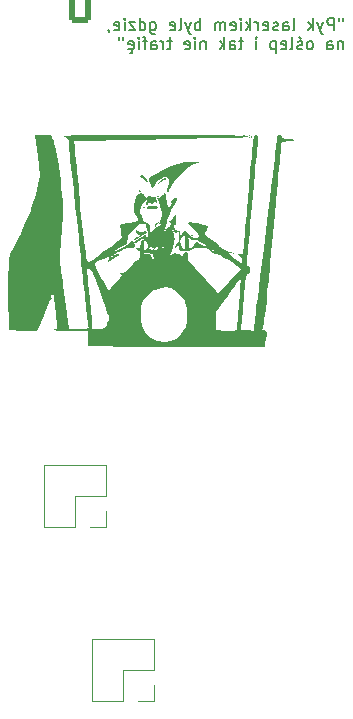
<source format=gbr>
%TF.GenerationSoftware,KiCad,Pcbnew,9.0.6*%
%TF.CreationDate,2026-01-06T23:31:54+01:00*%
%TF.ProjectId,uMule_transmiter,754d756c-655f-4747-9261-6e736d697465,rev?*%
%TF.SameCoordinates,Original*%
%TF.FileFunction,Legend,Bot*%
%TF.FilePolarity,Positive*%
%FSLAX46Y46*%
G04 Gerber Fmt 4.6, Leading zero omitted, Abs format (unit mm)*
G04 Created by KiCad (PCBNEW 9.0.6) date 2026-01-06 23:31:54*
%MOMM*%
%LPD*%
G01*
G04 APERTURE LIST*
G04 Aperture macros list*
%AMRoundRect*
0 Rectangle with rounded corners*
0 $1 Rounding radius*
0 $2 $3 $4 $5 $6 $7 $8 $9 X,Y pos of 4 corners*
0 Add a 4 corners polygon primitive as box body*
4,1,4,$2,$3,$4,$5,$6,$7,$8,$9,$2,$3,0*
0 Add four circle primitives for the rounded corners*
1,1,$1+$1,$2,$3*
1,1,$1+$1,$4,$5*
1,1,$1+$1,$6,$7*
1,1,$1+$1,$8,$9*
0 Add four rect primitives between the rounded corners*
20,1,$1+$1,$2,$3,$4,$5,0*
20,1,$1+$1,$4,$5,$6,$7,0*
20,1,$1+$1,$6,$7,$8,$9,0*
20,1,$1+$1,$8,$9,$2,$3,0*%
G04 Aperture macros list end*
%ADD10C,0.200000*%
%ADD11C,0.000000*%
%ADD12C,0.120000*%
%ADD13RoundRect,0.250000X1.550000X-0.650000X1.550000X0.650000X-1.550000X0.650000X-1.550000X-0.650000X0*%
%ADD14O,3.600000X1.800000*%
%ADD15C,0.800000*%
%ADD16C,6.400000*%
%ADD17C,1.440000*%
%ADD18R,1.700000X1.700000*%
%ADD19C,1.700000*%
%ADD20R,1.800000X1.800000*%
%ADD21C,1.800000*%
%ADD22C,1.600000*%
%ADD23RoundRect,0.250000X0.650000X1.550000X-0.650000X1.550000X-0.650000X-1.550000X0.650000X-1.550000X0*%
%ADD24O,1.800000X3.600000*%
G04 APERTURE END LIST*
D10*
X167742445Y-76920775D02*
X167742445Y-77111251D01*
X167361493Y-76920775D02*
X167361493Y-77111251D01*
X166932921Y-77920775D02*
X166932921Y-76920775D01*
X166932921Y-76920775D02*
X166551969Y-76920775D01*
X166551969Y-76920775D02*
X166456731Y-76968394D01*
X166456731Y-76968394D02*
X166409112Y-77016013D01*
X166409112Y-77016013D02*
X166361493Y-77111251D01*
X166361493Y-77111251D02*
X166361493Y-77254108D01*
X166361493Y-77254108D02*
X166409112Y-77349346D01*
X166409112Y-77349346D02*
X166456731Y-77396965D01*
X166456731Y-77396965D02*
X166551969Y-77444584D01*
X166551969Y-77444584D02*
X166932921Y-77444584D01*
X166028159Y-77254108D02*
X165790064Y-77920775D01*
X165551969Y-77254108D02*
X165790064Y-77920775D01*
X165790064Y-77920775D02*
X165885302Y-78158870D01*
X165885302Y-78158870D02*
X165932921Y-78206489D01*
X165932921Y-78206489D02*
X166028159Y-78254108D01*
X165171016Y-77920775D02*
X165171016Y-76920775D01*
X165075778Y-77539822D02*
X164790064Y-77920775D01*
X164790064Y-77254108D02*
X165171016Y-77635060D01*
X163456730Y-77920775D02*
X163551968Y-77873156D01*
X163551968Y-77873156D02*
X163599587Y-77777917D01*
X163599587Y-77777917D02*
X163599587Y-76920775D01*
X162647206Y-77920775D02*
X162647206Y-77396965D01*
X162647206Y-77396965D02*
X162694825Y-77301727D01*
X162694825Y-77301727D02*
X162790063Y-77254108D01*
X162790063Y-77254108D02*
X162980539Y-77254108D01*
X162980539Y-77254108D02*
X163075777Y-77301727D01*
X162647206Y-77873156D02*
X162742444Y-77920775D01*
X162742444Y-77920775D02*
X162980539Y-77920775D01*
X162980539Y-77920775D02*
X163075777Y-77873156D01*
X163075777Y-77873156D02*
X163123396Y-77777917D01*
X163123396Y-77777917D02*
X163123396Y-77682679D01*
X163123396Y-77682679D02*
X163075777Y-77587441D01*
X163075777Y-77587441D02*
X162980539Y-77539822D01*
X162980539Y-77539822D02*
X162742444Y-77539822D01*
X162742444Y-77539822D02*
X162647206Y-77492203D01*
X162218634Y-77873156D02*
X162123396Y-77920775D01*
X162123396Y-77920775D02*
X161932920Y-77920775D01*
X161932920Y-77920775D02*
X161837682Y-77873156D01*
X161837682Y-77873156D02*
X161790063Y-77777917D01*
X161790063Y-77777917D02*
X161790063Y-77730298D01*
X161790063Y-77730298D02*
X161837682Y-77635060D01*
X161837682Y-77635060D02*
X161932920Y-77587441D01*
X161932920Y-77587441D02*
X162075777Y-77587441D01*
X162075777Y-77587441D02*
X162171015Y-77539822D01*
X162171015Y-77539822D02*
X162218634Y-77444584D01*
X162218634Y-77444584D02*
X162218634Y-77396965D01*
X162218634Y-77396965D02*
X162171015Y-77301727D01*
X162171015Y-77301727D02*
X162075777Y-77254108D01*
X162075777Y-77254108D02*
X161932920Y-77254108D01*
X161932920Y-77254108D02*
X161837682Y-77301727D01*
X160980539Y-77873156D02*
X161075777Y-77920775D01*
X161075777Y-77920775D02*
X161266253Y-77920775D01*
X161266253Y-77920775D02*
X161361491Y-77873156D01*
X161361491Y-77873156D02*
X161409110Y-77777917D01*
X161409110Y-77777917D02*
X161409110Y-77396965D01*
X161409110Y-77396965D02*
X161361491Y-77301727D01*
X161361491Y-77301727D02*
X161266253Y-77254108D01*
X161266253Y-77254108D02*
X161075777Y-77254108D01*
X161075777Y-77254108D02*
X160980539Y-77301727D01*
X160980539Y-77301727D02*
X160932920Y-77396965D01*
X160932920Y-77396965D02*
X160932920Y-77492203D01*
X160932920Y-77492203D02*
X161409110Y-77587441D01*
X160504348Y-77920775D02*
X160504348Y-77254108D01*
X160504348Y-77444584D02*
X160456729Y-77349346D01*
X160456729Y-77349346D02*
X160409110Y-77301727D01*
X160409110Y-77301727D02*
X160313872Y-77254108D01*
X160313872Y-77254108D02*
X160218634Y-77254108D01*
X159885300Y-77920775D02*
X159885300Y-76920775D01*
X159790062Y-77539822D02*
X159504348Y-77920775D01*
X159504348Y-77254108D02*
X159885300Y-77635060D01*
X159075776Y-77920775D02*
X159075776Y-77254108D01*
X159075776Y-76920775D02*
X159123395Y-76968394D01*
X159123395Y-76968394D02*
X159075776Y-77016013D01*
X159075776Y-77016013D02*
X159028157Y-76968394D01*
X159028157Y-76968394D02*
X159075776Y-76920775D01*
X159075776Y-76920775D02*
X159075776Y-77016013D01*
X158218634Y-77873156D02*
X158313872Y-77920775D01*
X158313872Y-77920775D02*
X158504348Y-77920775D01*
X158504348Y-77920775D02*
X158599586Y-77873156D01*
X158599586Y-77873156D02*
X158647205Y-77777917D01*
X158647205Y-77777917D02*
X158647205Y-77396965D01*
X158647205Y-77396965D02*
X158599586Y-77301727D01*
X158599586Y-77301727D02*
X158504348Y-77254108D01*
X158504348Y-77254108D02*
X158313872Y-77254108D01*
X158313872Y-77254108D02*
X158218634Y-77301727D01*
X158218634Y-77301727D02*
X158171015Y-77396965D01*
X158171015Y-77396965D02*
X158171015Y-77492203D01*
X158171015Y-77492203D02*
X158647205Y-77587441D01*
X157742443Y-77920775D02*
X157742443Y-77254108D01*
X157742443Y-77349346D02*
X157694824Y-77301727D01*
X157694824Y-77301727D02*
X157599586Y-77254108D01*
X157599586Y-77254108D02*
X157456729Y-77254108D01*
X157456729Y-77254108D02*
X157361491Y-77301727D01*
X157361491Y-77301727D02*
X157313872Y-77396965D01*
X157313872Y-77396965D02*
X157313872Y-77920775D01*
X157313872Y-77396965D02*
X157266253Y-77301727D01*
X157266253Y-77301727D02*
X157171015Y-77254108D01*
X157171015Y-77254108D02*
X157028158Y-77254108D01*
X157028158Y-77254108D02*
X156932919Y-77301727D01*
X156932919Y-77301727D02*
X156885300Y-77396965D01*
X156885300Y-77396965D02*
X156885300Y-77920775D01*
X155647205Y-77920775D02*
X155647205Y-76920775D01*
X155647205Y-77301727D02*
X155551967Y-77254108D01*
X155551967Y-77254108D02*
X155361491Y-77254108D01*
X155361491Y-77254108D02*
X155266253Y-77301727D01*
X155266253Y-77301727D02*
X155218634Y-77349346D01*
X155218634Y-77349346D02*
X155171015Y-77444584D01*
X155171015Y-77444584D02*
X155171015Y-77730298D01*
X155171015Y-77730298D02*
X155218634Y-77825536D01*
X155218634Y-77825536D02*
X155266253Y-77873156D01*
X155266253Y-77873156D02*
X155361491Y-77920775D01*
X155361491Y-77920775D02*
X155551967Y-77920775D01*
X155551967Y-77920775D02*
X155647205Y-77873156D01*
X154837681Y-77254108D02*
X154599586Y-77920775D01*
X154361491Y-77254108D02*
X154599586Y-77920775D01*
X154599586Y-77920775D02*
X154694824Y-78158870D01*
X154694824Y-78158870D02*
X154742443Y-78206489D01*
X154742443Y-78206489D02*
X154837681Y-78254108D01*
X153837681Y-77920775D02*
X153932919Y-77873156D01*
X153932919Y-77873156D02*
X153980538Y-77777917D01*
X153980538Y-77777917D02*
X153980538Y-76920775D01*
X153075776Y-77873156D02*
X153171014Y-77920775D01*
X153171014Y-77920775D02*
X153361490Y-77920775D01*
X153361490Y-77920775D02*
X153456728Y-77873156D01*
X153456728Y-77873156D02*
X153504347Y-77777917D01*
X153504347Y-77777917D02*
X153504347Y-77396965D01*
X153504347Y-77396965D02*
X153456728Y-77301727D01*
X153456728Y-77301727D02*
X153361490Y-77254108D01*
X153361490Y-77254108D02*
X153171014Y-77254108D01*
X153171014Y-77254108D02*
X153075776Y-77301727D01*
X153075776Y-77301727D02*
X153028157Y-77396965D01*
X153028157Y-77396965D02*
X153028157Y-77492203D01*
X153028157Y-77492203D02*
X153504347Y-77587441D01*
X151409109Y-77254108D02*
X151409109Y-78063632D01*
X151409109Y-78063632D02*
X151456728Y-78158870D01*
X151456728Y-78158870D02*
X151504347Y-78206489D01*
X151504347Y-78206489D02*
X151599585Y-78254108D01*
X151599585Y-78254108D02*
X151742442Y-78254108D01*
X151742442Y-78254108D02*
X151837680Y-78206489D01*
X151409109Y-77873156D02*
X151504347Y-77920775D01*
X151504347Y-77920775D02*
X151694823Y-77920775D01*
X151694823Y-77920775D02*
X151790061Y-77873156D01*
X151790061Y-77873156D02*
X151837680Y-77825536D01*
X151837680Y-77825536D02*
X151885299Y-77730298D01*
X151885299Y-77730298D02*
X151885299Y-77444584D01*
X151885299Y-77444584D02*
X151837680Y-77349346D01*
X151837680Y-77349346D02*
X151790061Y-77301727D01*
X151790061Y-77301727D02*
X151694823Y-77254108D01*
X151694823Y-77254108D02*
X151504347Y-77254108D01*
X151504347Y-77254108D02*
X151409109Y-77301727D01*
X150504347Y-77920775D02*
X150504347Y-76920775D01*
X150504347Y-77873156D02*
X150599585Y-77920775D01*
X150599585Y-77920775D02*
X150790061Y-77920775D01*
X150790061Y-77920775D02*
X150885299Y-77873156D01*
X150885299Y-77873156D02*
X150932918Y-77825536D01*
X150932918Y-77825536D02*
X150980537Y-77730298D01*
X150980537Y-77730298D02*
X150980537Y-77444584D01*
X150980537Y-77444584D02*
X150932918Y-77349346D01*
X150932918Y-77349346D02*
X150885299Y-77301727D01*
X150885299Y-77301727D02*
X150790061Y-77254108D01*
X150790061Y-77254108D02*
X150599585Y-77254108D01*
X150599585Y-77254108D02*
X150504347Y-77301727D01*
X150123394Y-77254108D02*
X149599585Y-77254108D01*
X149599585Y-77254108D02*
X150123394Y-77920775D01*
X150123394Y-77920775D02*
X149599585Y-77920775D01*
X149218632Y-77920775D02*
X149218632Y-77254108D01*
X149218632Y-76920775D02*
X149266251Y-76968394D01*
X149266251Y-76968394D02*
X149218632Y-77016013D01*
X149218632Y-77016013D02*
X149171013Y-76968394D01*
X149171013Y-76968394D02*
X149218632Y-76920775D01*
X149218632Y-76920775D02*
X149218632Y-77016013D01*
X148361490Y-77873156D02*
X148456728Y-77920775D01*
X148456728Y-77920775D02*
X148647204Y-77920775D01*
X148647204Y-77920775D02*
X148742442Y-77873156D01*
X148742442Y-77873156D02*
X148790061Y-77777917D01*
X148790061Y-77777917D02*
X148790061Y-77396965D01*
X148790061Y-77396965D02*
X148742442Y-77301727D01*
X148742442Y-77301727D02*
X148647204Y-77254108D01*
X148647204Y-77254108D02*
X148456728Y-77254108D01*
X148456728Y-77254108D02*
X148361490Y-77301727D01*
X148361490Y-77301727D02*
X148313871Y-77396965D01*
X148313871Y-77396965D02*
X148313871Y-77492203D01*
X148313871Y-77492203D02*
X148790061Y-77587441D01*
X147837680Y-77873156D02*
X147837680Y-77920775D01*
X147837680Y-77920775D02*
X147885299Y-78016013D01*
X147885299Y-78016013D02*
X147932918Y-78063632D01*
X167694826Y-78864052D02*
X167694826Y-79530719D01*
X167694826Y-78959290D02*
X167647207Y-78911671D01*
X167647207Y-78911671D02*
X167551969Y-78864052D01*
X167551969Y-78864052D02*
X167409112Y-78864052D01*
X167409112Y-78864052D02*
X167313874Y-78911671D01*
X167313874Y-78911671D02*
X167266255Y-79006909D01*
X167266255Y-79006909D02*
X167266255Y-79530719D01*
X166361493Y-79530719D02*
X166361493Y-79006909D01*
X166361493Y-79006909D02*
X166409112Y-78911671D01*
X166409112Y-78911671D02*
X166504350Y-78864052D01*
X166504350Y-78864052D02*
X166694826Y-78864052D01*
X166694826Y-78864052D02*
X166790064Y-78911671D01*
X166361493Y-79483100D02*
X166456731Y-79530719D01*
X166456731Y-79530719D02*
X166694826Y-79530719D01*
X166694826Y-79530719D02*
X166790064Y-79483100D01*
X166790064Y-79483100D02*
X166837683Y-79387861D01*
X166837683Y-79387861D02*
X166837683Y-79292623D01*
X166837683Y-79292623D02*
X166790064Y-79197385D01*
X166790064Y-79197385D02*
X166694826Y-79149766D01*
X166694826Y-79149766D02*
X166456731Y-79149766D01*
X166456731Y-79149766D02*
X166361493Y-79102147D01*
X164980540Y-79530719D02*
X165075778Y-79483100D01*
X165075778Y-79483100D02*
X165123397Y-79435480D01*
X165123397Y-79435480D02*
X165171016Y-79340242D01*
X165171016Y-79340242D02*
X165171016Y-79054528D01*
X165171016Y-79054528D02*
X165123397Y-78959290D01*
X165123397Y-78959290D02*
X165075778Y-78911671D01*
X165075778Y-78911671D02*
X164980540Y-78864052D01*
X164980540Y-78864052D02*
X164837683Y-78864052D01*
X164837683Y-78864052D02*
X164742445Y-78911671D01*
X164742445Y-78911671D02*
X164694826Y-78959290D01*
X164694826Y-78959290D02*
X164647207Y-79054528D01*
X164647207Y-79054528D02*
X164647207Y-79340242D01*
X164647207Y-79340242D02*
X164694826Y-79435480D01*
X164694826Y-79435480D02*
X164742445Y-79483100D01*
X164742445Y-79483100D02*
X164837683Y-79530719D01*
X164837683Y-79530719D02*
X164980540Y-79530719D01*
X164266254Y-79483100D02*
X164171016Y-79530719D01*
X164171016Y-79530719D02*
X163980540Y-79530719D01*
X163980540Y-79530719D02*
X163885302Y-79483100D01*
X163885302Y-79483100D02*
X163837683Y-79387861D01*
X163837683Y-79387861D02*
X163837683Y-79340242D01*
X163837683Y-79340242D02*
X163885302Y-79245004D01*
X163885302Y-79245004D02*
X163980540Y-79197385D01*
X163980540Y-79197385D02*
X164123397Y-79197385D01*
X164123397Y-79197385D02*
X164218635Y-79149766D01*
X164218635Y-79149766D02*
X164266254Y-79054528D01*
X164266254Y-79054528D02*
X164266254Y-79006909D01*
X164266254Y-79006909D02*
X164218635Y-78911671D01*
X164218635Y-78911671D02*
X164123397Y-78864052D01*
X164123397Y-78864052D02*
X163980540Y-78864052D01*
X163980540Y-78864052D02*
X163885302Y-78911671D01*
X163980540Y-78483100D02*
X164123397Y-78625957D01*
X163266254Y-79530719D02*
X163361492Y-79483100D01*
X163361492Y-79483100D02*
X163409111Y-79387861D01*
X163409111Y-79387861D02*
X163409111Y-78530719D01*
X162504349Y-79483100D02*
X162599587Y-79530719D01*
X162599587Y-79530719D02*
X162790063Y-79530719D01*
X162790063Y-79530719D02*
X162885301Y-79483100D01*
X162885301Y-79483100D02*
X162932920Y-79387861D01*
X162932920Y-79387861D02*
X162932920Y-79006909D01*
X162932920Y-79006909D02*
X162885301Y-78911671D01*
X162885301Y-78911671D02*
X162790063Y-78864052D01*
X162790063Y-78864052D02*
X162599587Y-78864052D01*
X162599587Y-78864052D02*
X162504349Y-78911671D01*
X162504349Y-78911671D02*
X162456730Y-79006909D01*
X162456730Y-79006909D02*
X162456730Y-79102147D01*
X162456730Y-79102147D02*
X162932920Y-79197385D01*
X162028158Y-78864052D02*
X162028158Y-79864052D01*
X162028158Y-78911671D02*
X161932920Y-78864052D01*
X161932920Y-78864052D02*
X161742444Y-78864052D01*
X161742444Y-78864052D02*
X161647206Y-78911671D01*
X161647206Y-78911671D02*
X161599587Y-78959290D01*
X161599587Y-78959290D02*
X161551968Y-79054528D01*
X161551968Y-79054528D02*
X161551968Y-79340242D01*
X161551968Y-79340242D02*
X161599587Y-79435480D01*
X161599587Y-79435480D02*
X161647206Y-79483100D01*
X161647206Y-79483100D02*
X161742444Y-79530719D01*
X161742444Y-79530719D02*
X161932920Y-79530719D01*
X161932920Y-79530719D02*
X162028158Y-79483100D01*
X160361491Y-79530719D02*
X160361491Y-78864052D01*
X160361491Y-78530719D02*
X160409110Y-78578338D01*
X160409110Y-78578338D02*
X160361491Y-78625957D01*
X160361491Y-78625957D02*
X160313872Y-78578338D01*
X160313872Y-78578338D02*
X160361491Y-78530719D01*
X160361491Y-78530719D02*
X160361491Y-78625957D01*
X159266253Y-78864052D02*
X158885301Y-78864052D01*
X159123396Y-78530719D02*
X159123396Y-79387861D01*
X159123396Y-79387861D02*
X159075777Y-79483100D01*
X159075777Y-79483100D02*
X158980539Y-79530719D01*
X158980539Y-79530719D02*
X158885301Y-79530719D01*
X158123396Y-79530719D02*
X158123396Y-79006909D01*
X158123396Y-79006909D02*
X158171015Y-78911671D01*
X158171015Y-78911671D02*
X158266253Y-78864052D01*
X158266253Y-78864052D02*
X158456729Y-78864052D01*
X158456729Y-78864052D02*
X158551967Y-78911671D01*
X158123396Y-79483100D02*
X158218634Y-79530719D01*
X158218634Y-79530719D02*
X158456729Y-79530719D01*
X158456729Y-79530719D02*
X158551967Y-79483100D01*
X158551967Y-79483100D02*
X158599586Y-79387861D01*
X158599586Y-79387861D02*
X158599586Y-79292623D01*
X158599586Y-79292623D02*
X158551967Y-79197385D01*
X158551967Y-79197385D02*
X158456729Y-79149766D01*
X158456729Y-79149766D02*
X158218634Y-79149766D01*
X158218634Y-79149766D02*
X158123396Y-79102147D01*
X157647205Y-79530719D02*
X157647205Y-78530719D01*
X157551967Y-79149766D02*
X157266253Y-79530719D01*
X157266253Y-78864052D02*
X157647205Y-79245004D01*
X156075776Y-78864052D02*
X156075776Y-79530719D01*
X156075776Y-78959290D02*
X156028157Y-78911671D01*
X156028157Y-78911671D02*
X155932919Y-78864052D01*
X155932919Y-78864052D02*
X155790062Y-78864052D01*
X155790062Y-78864052D02*
X155694824Y-78911671D01*
X155694824Y-78911671D02*
X155647205Y-79006909D01*
X155647205Y-79006909D02*
X155647205Y-79530719D01*
X155171014Y-79530719D02*
X155171014Y-78864052D01*
X155171014Y-78530719D02*
X155218633Y-78578338D01*
X155218633Y-78578338D02*
X155171014Y-78625957D01*
X155171014Y-78625957D02*
X155123395Y-78578338D01*
X155123395Y-78578338D02*
X155171014Y-78530719D01*
X155171014Y-78530719D02*
X155171014Y-78625957D01*
X154313872Y-79483100D02*
X154409110Y-79530719D01*
X154409110Y-79530719D02*
X154599586Y-79530719D01*
X154599586Y-79530719D02*
X154694824Y-79483100D01*
X154694824Y-79483100D02*
X154742443Y-79387861D01*
X154742443Y-79387861D02*
X154742443Y-79006909D01*
X154742443Y-79006909D02*
X154694824Y-78911671D01*
X154694824Y-78911671D02*
X154599586Y-78864052D01*
X154599586Y-78864052D02*
X154409110Y-78864052D01*
X154409110Y-78864052D02*
X154313872Y-78911671D01*
X154313872Y-78911671D02*
X154266253Y-79006909D01*
X154266253Y-79006909D02*
X154266253Y-79102147D01*
X154266253Y-79102147D02*
X154742443Y-79197385D01*
X153218633Y-78864052D02*
X152837681Y-78864052D01*
X153075776Y-78530719D02*
X153075776Y-79387861D01*
X153075776Y-79387861D02*
X153028157Y-79483100D01*
X153028157Y-79483100D02*
X152932919Y-79530719D01*
X152932919Y-79530719D02*
X152837681Y-79530719D01*
X152504347Y-79530719D02*
X152504347Y-78864052D01*
X152504347Y-79054528D02*
X152456728Y-78959290D01*
X152456728Y-78959290D02*
X152409109Y-78911671D01*
X152409109Y-78911671D02*
X152313871Y-78864052D01*
X152313871Y-78864052D02*
X152218633Y-78864052D01*
X151456728Y-79530719D02*
X151456728Y-79006909D01*
X151456728Y-79006909D02*
X151504347Y-78911671D01*
X151504347Y-78911671D02*
X151599585Y-78864052D01*
X151599585Y-78864052D02*
X151790061Y-78864052D01*
X151790061Y-78864052D02*
X151885299Y-78911671D01*
X151456728Y-79483100D02*
X151551966Y-79530719D01*
X151551966Y-79530719D02*
X151790061Y-79530719D01*
X151790061Y-79530719D02*
X151885299Y-79483100D01*
X151885299Y-79483100D02*
X151932918Y-79387861D01*
X151932918Y-79387861D02*
X151932918Y-79292623D01*
X151932918Y-79292623D02*
X151885299Y-79197385D01*
X151885299Y-79197385D02*
X151790061Y-79149766D01*
X151790061Y-79149766D02*
X151551966Y-79149766D01*
X151551966Y-79149766D02*
X151456728Y-79102147D01*
X151123394Y-78864052D02*
X150742442Y-78864052D01*
X150980537Y-79530719D02*
X150980537Y-78673576D01*
X150980537Y-78673576D02*
X150932918Y-78578338D01*
X150932918Y-78578338D02*
X150837680Y-78530719D01*
X150837680Y-78530719D02*
X150742442Y-78530719D01*
X150409108Y-79530719D02*
X150409108Y-78864052D01*
X150409108Y-78530719D02*
X150456727Y-78578338D01*
X150456727Y-78578338D02*
X150409108Y-78625957D01*
X150409108Y-78625957D02*
X150361489Y-78578338D01*
X150361489Y-78578338D02*
X150409108Y-78530719D01*
X150409108Y-78530719D02*
X150409108Y-78625957D01*
X149551966Y-79483100D02*
X149647204Y-79530719D01*
X149647204Y-79530719D02*
X149837680Y-79530719D01*
X149837680Y-79530719D02*
X149932918Y-79483100D01*
X149932918Y-79483100D02*
X149980537Y-79387861D01*
X149980537Y-79387861D02*
X149980537Y-79006909D01*
X149980537Y-79006909D02*
X149932918Y-78911671D01*
X149932918Y-78911671D02*
X149837680Y-78864052D01*
X149837680Y-78864052D02*
X149647204Y-78864052D01*
X149647204Y-78864052D02*
X149551966Y-78911671D01*
X149551966Y-78911671D02*
X149504347Y-79006909D01*
X149504347Y-79006909D02*
X149504347Y-79102147D01*
X149504347Y-79102147D02*
X149980537Y-79197385D01*
X149742442Y-79530719D02*
X149837680Y-79625957D01*
X149837680Y-79625957D02*
X149885299Y-79721195D01*
X149885299Y-79721195D02*
X149837680Y-79816433D01*
X149837680Y-79816433D02*
X149742442Y-79864052D01*
X149742442Y-79864052D02*
X149647204Y-79864052D01*
X149123394Y-78530719D02*
X149123394Y-78721195D01*
X148742442Y-78530719D02*
X148742442Y-78721195D01*
D11*
%TO.C,G\u002A\u002A\u002A*%
G36*
X159850667Y-86825666D02*
G01*
X159808334Y-86867999D01*
X159766001Y-86825666D01*
X159808334Y-86783333D01*
X159850667Y-86825666D01*
G37*
G36*
X159850667Y-86994999D02*
G01*
X159808334Y-87037333D01*
X159766001Y-86994999D01*
X159808334Y-86952666D01*
X159850667Y-86994999D01*
G37*
G36*
X152117779Y-91976221D02*
G01*
X152131024Y-92001688D01*
X152061334Y-92032666D01*
X152016512Y-92026556D01*
X152004890Y-91976221D01*
X152017299Y-91966088D01*
X152117779Y-91976221D01*
G37*
G36*
X160020001Y-86952666D02*
G01*
X160013891Y-86997488D01*
X159963556Y-87009110D01*
X159953423Y-86996701D01*
X159963556Y-86896221D01*
X159989023Y-86882976D01*
X160020001Y-86952666D01*
G37*
G36*
X150568200Y-91421621D02*
G01*
X150576052Y-91530516D01*
X150508983Y-91597771D01*
X150425969Y-91591552D01*
X150421863Y-91482819D01*
X150456760Y-91425769D01*
X150547587Y-91404002D01*
X150568200Y-91421621D01*
G37*
G36*
X150960667Y-92874336D02*
G01*
X150957414Y-92898911D01*
X150876001Y-92963999D01*
X150856840Y-92963028D01*
X150791334Y-92926663D01*
X150795230Y-92913081D01*
X150876001Y-92836999D01*
X150908798Y-92823770D01*
X150960667Y-92874336D01*
G37*
G36*
X154960238Y-95167793D02*
G01*
X155024667Y-95249999D01*
X155022207Y-95270237D01*
X154940001Y-95334666D01*
X154919763Y-95332206D01*
X154855334Y-95249999D01*
X154857794Y-95229762D01*
X154940001Y-95165333D01*
X154960238Y-95167793D01*
G37*
G36*
X152096745Y-94201179D02*
G01*
X152010224Y-94347153D01*
X152004169Y-94355389D01*
X151872253Y-94506179D01*
X151775841Y-94570005D01*
X151759877Y-94566315D01*
X151765268Y-94493136D01*
X151841740Y-94366382D01*
X151952262Y-94239004D01*
X152059803Y-94163954D01*
X152070985Y-94160861D01*
X152096745Y-94201179D01*
G37*
G36*
X152823334Y-90508666D02*
G01*
X152795785Y-90556024D01*
X152663381Y-90593333D01*
X152498636Y-90639075D01*
X152303547Y-90759849D01*
X152119554Y-90893270D01*
X152024557Y-90922251D01*
X152050200Y-90845314D01*
X152210837Y-90675517D01*
X152407261Y-90529673D01*
X152610624Y-90438254D01*
X152763210Y-90427467D01*
X152823334Y-90508666D01*
G37*
G36*
X150684713Y-90188125D02*
G01*
X150839005Y-90299654D01*
X151013234Y-90467993D01*
X151155691Y-90640644D01*
X151214667Y-90765107D01*
X151204019Y-90782816D01*
X151116345Y-90739846D01*
X150969032Y-90602286D01*
X150908059Y-90539868D01*
X150741607Y-90396567D01*
X150630365Y-90339333D01*
X150602832Y-90335524D01*
X150537334Y-90254666D01*
X150541105Y-90230612D01*
X150628514Y-90169999D01*
X150684713Y-90188125D01*
G37*
G36*
X151373233Y-92782241D02*
G01*
X151450218Y-92847924D01*
X151606067Y-92813412D01*
X151618725Y-92807240D01*
X151785894Y-92777477D01*
X151962153Y-92805492D01*
X152088045Y-92873391D01*
X152104110Y-92963283D01*
X152044098Y-92996499D01*
X151865914Y-93029484D01*
X151628823Y-93046118D01*
X151389544Y-93045128D01*
X151204796Y-93025235D01*
X151131297Y-92985166D01*
X151143225Y-92936190D01*
X151215964Y-92794666D01*
X151296997Y-92713533D01*
X151373233Y-92782241D01*
G37*
G36*
X150326478Y-94912005D02*
G01*
X150503809Y-94976650D01*
X150792144Y-94972762D01*
X150930201Y-94958334D01*
X151085619Y-94972268D01*
X151130001Y-95046389D01*
X151107327Y-95109959D01*
X150981834Y-95168800D01*
X150917542Y-95182625D01*
X150723185Y-95273091D01*
X150495001Y-95419333D01*
X150234580Y-95596636D01*
X150079150Y-95668880D01*
X150029334Y-95633173D01*
X150032486Y-95625474D01*
X150124429Y-95553671D01*
X150303963Y-95450998D01*
X150364764Y-95419402D01*
X150501651Y-95337271D01*
X150504988Y-95284580D01*
X150388629Y-95224219D01*
X150268737Y-95133068D01*
X150198667Y-94972694D01*
X150199010Y-94945053D01*
X150226757Y-94855553D01*
X150326478Y-94912005D01*
G37*
G36*
X151431839Y-91993741D02*
G01*
X151551541Y-92003471D01*
X151761051Y-92030322D01*
X151861122Y-92058232D01*
X151864320Y-92062283D01*
X151898072Y-92177967D01*
X151927292Y-92382009D01*
X151931854Y-92432560D01*
X151935292Y-92547662D01*
X151917783Y-92519499D01*
X151866851Y-92401307D01*
X151776069Y-92397976D01*
X151647707Y-92556587D01*
X151581633Y-92655043D01*
X151510482Y-92689130D01*
X151421511Y-92590722D01*
X151362069Y-92515284D01*
X151291095Y-92494862D01*
X151201492Y-92614967D01*
X151167279Y-92667258D01*
X151088828Y-92735391D01*
X151021850Y-92665028D01*
X151000787Y-92556603D01*
X151080786Y-92355465D01*
X151152449Y-92216074D01*
X151125261Y-92069288D01*
X151106536Y-92015676D01*
X151197036Y-91987694D01*
X151431839Y-91993741D01*
G37*
G36*
X155575001Y-89072156D02*
G01*
X154972512Y-89365328D01*
X154526132Y-89630245D01*
X153974913Y-90089068D01*
X153491637Y-90639229D01*
X153119667Y-91236922D01*
X153104154Y-91267926D01*
X152958627Y-91531610D01*
X152858853Y-91648615D01*
X152795017Y-91630854D01*
X152793298Y-91627897D01*
X152782401Y-91462711D01*
X152863692Y-91220537D01*
X152873678Y-91198642D01*
X152956996Y-90919521D01*
X152976676Y-90654297D01*
X152962893Y-90554170D01*
X152892875Y-90409645D01*
X152735753Y-90356637D01*
X152557618Y-90375887D01*
X152276519Y-90503950D01*
X151993701Y-90719554D01*
X151759187Y-90990242D01*
X151580011Y-91256122D01*
X151393909Y-90873069D01*
X151387731Y-90860388D01*
X151308785Y-90696436D01*
X151270224Y-90572383D01*
X151290109Y-90468093D01*
X151386501Y-90363432D01*
X151577461Y-90238265D01*
X151881052Y-90072457D01*
X152315334Y-89845875D01*
X152454582Y-89774204D01*
X153154570Y-89449563D01*
X153776238Y-89231185D01*
X154355371Y-89108451D01*
X154927753Y-89070744D01*
X155575001Y-89072156D01*
G37*
G36*
X159524538Y-86915453D02*
G01*
X159617834Y-86901755D01*
X159664395Y-86880167D01*
X159654031Y-86917006D01*
X159651445Y-86919802D01*
X159619557Y-86946828D01*
X159568373Y-86969082D01*
X159481224Y-86987383D01*
X159341441Y-87002548D01*
X159132356Y-87015395D01*
X158837301Y-87026740D01*
X158439606Y-87037403D01*
X157922604Y-87048199D01*
X157269625Y-87059947D01*
X156464001Y-87073465D01*
X155743202Y-87085943D01*
X154964795Y-87100461D01*
X154191839Y-87115815D01*
X153465299Y-87131164D01*
X152826143Y-87145670D01*
X152315334Y-87158493D01*
X152161744Y-87162539D01*
X151625329Y-87175655D01*
X150968850Y-87190580D01*
X150228719Y-87206542D01*
X149441351Y-87222766D01*
X148643160Y-87238479D01*
X147870560Y-87252908D01*
X147343193Y-87262837D01*
X146704287Y-87275975D01*
X146136459Y-87288900D01*
X145659354Y-87301101D01*
X145292620Y-87312068D01*
X145055903Y-87321291D01*
X144968851Y-87328260D01*
X144969468Y-87394299D01*
X144984690Y-87608540D01*
X145013559Y-87949029D01*
X145054066Y-88393127D01*
X145104199Y-88918196D01*
X145161945Y-89501597D01*
X145199497Y-89876062D01*
X145264605Y-90530974D01*
X145327123Y-91166358D01*
X145383417Y-91744980D01*
X145429850Y-92229605D01*
X145462787Y-92582999D01*
X145489595Y-92873308D01*
X145561766Y-93611575D01*
X145638134Y-94339010D01*
X145716206Y-95035892D01*
X145793489Y-95682501D01*
X145867489Y-96259114D01*
X145935713Y-96746012D01*
X145995668Y-97123473D01*
X146044860Y-97371777D01*
X146080796Y-97471203D01*
X146208678Y-97526242D01*
X146363958Y-97494833D01*
X146572892Y-97345396D01*
X146640026Y-97291558D01*
X146850271Y-97130992D01*
X147151829Y-96906002D01*
X147515144Y-96638567D01*
X147910657Y-96350666D01*
X148042333Y-96255198D01*
X148422119Y-95976072D01*
X148430396Y-95969666D01*
X149267334Y-95969666D01*
X149309667Y-96011999D01*
X149352001Y-95969666D01*
X149309667Y-95927333D01*
X149267334Y-95969666D01*
X148430396Y-95969666D01*
X148687055Y-95771033D01*
X148855773Y-95622225D01*
X148946904Y-95511797D01*
X148979079Y-95421895D01*
X148970930Y-95334666D01*
X148961988Y-95296045D01*
X148915494Y-95043390D01*
X148881076Y-94775568D01*
X148862515Y-94538155D01*
X148863595Y-94376725D01*
X148888100Y-94336854D01*
X148943115Y-94357703D01*
X149088715Y-94323636D01*
X149133902Y-94304942D01*
X149341913Y-94257148D01*
X149606749Y-94227251D01*
X149710850Y-94219519D01*
X149940623Y-94190799D01*
X150071667Y-94157099D01*
X150187121Y-94107158D01*
X150365145Y-94075249D01*
X150380343Y-94061712D01*
X150360066Y-93948678D01*
X150267760Y-93760951D01*
X150266017Y-93757991D01*
X150063048Y-93276718D01*
X149999635Y-92785478D01*
X150075351Y-92320177D01*
X150289766Y-91916719D01*
X150456243Y-91753726D01*
X150651183Y-91704915D01*
X150845763Y-91820999D01*
X150910565Y-91899841D01*
X150908199Y-91947999D01*
X150904822Y-91976317D01*
X151002708Y-92064316D01*
X151019361Y-92076565D01*
X151105404Y-92159118D01*
X151084589Y-92242191D01*
X150947103Y-92381816D01*
X150789561Y-92546769D01*
X150596876Y-92870560D01*
X150538727Y-93233600D01*
X150570207Y-93430720D01*
X150657758Y-93685075D01*
X150776331Y-93931617D01*
X150900714Y-94118499D01*
X151005695Y-94193877D01*
X151143751Y-94229583D01*
X151301575Y-94346197D01*
X151364772Y-94488068D01*
X151364483Y-94493123D01*
X151364276Y-94703875D01*
X151381569Y-94894533D01*
X151409261Y-95015365D01*
X151440250Y-95016638D01*
X151465920Y-94975937D01*
X151560566Y-94958135D01*
X151597777Y-94965981D01*
X151638001Y-94883643D01*
X151646095Y-94852485D01*
X151756679Y-94733670D01*
X151955501Y-94614793D01*
X151995675Y-94595661D01*
X152377783Y-94328774D01*
X152667238Y-93937666D01*
X152676569Y-93897917D01*
X152603133Y-93952912D01*
X152455036Y-94106999D01*
X152399259Y-94167423D01*
X152243909Y-94307273D01*
X152176570Y-94305013D01*
X152196358Y-94159266D01*
X152302393Y-93868654D01*
X152362540Y-93693668D01*
X152762780Y-93693668D01*
X152792456Y-93693234D01*
X152855208Y-93595726D01*
X152901728Y-93444474D01*
X152887862Y-93400050D01*
X152812999Y-93499516D01*
X152767469Y-93598977D01*
X152762780Y-93693668D01*
X152362540Y-93693668D01*
X152369463Y-93673528D01*
X152400001Y-93516364D01*
X152398318Y-93495746D01*
X152361717Y-93329590D01*
X152318845Y-93175666D01*
X152908001Y-93175666D01*
X152950334Y-93217999D01*
X152992667Y-93175666D01*
X152950334Y-93133333D01*
X152908001Y-93175666D01*
X152318845Y-93175666D01*
X152289458Y-93070159D01*
X152197720Y-92770780D01*
X152102681Y-92484784D01*
X152020520Y-92265499D01*
X152001675Y-92159808D01*
X152097266Y-92117333D01*
X152168135Y-92102368D01*
X152284716Y-91990333D01*
X152320687Y-91931627D01*
X152451393Y-91863333D01*
X152501523Y-91854778D01*
X152569334Y-91773669D01*
X152573456Y-91746429D01*
X152641564Y-91728646D01*
X152648955Y-91735817D01*
X152700135Y-91861590D01*
X152762159Y-92102156D01*
X152823235Y-92413088D01*
X152932677Y-93052889D01*
X153095915Y-92784466D01*
X153129709Y-92726780D01*
X153201461Y-92547899D01*
X153161107Y-92455447D01*
X153157655Y-92453207D01*
X153146216Y-92362578D01*
X153293282Y-92213758D01*
X153462223Y-92094629D01*
X153616720Y-92036130D01*
X153670001Y-92104698D01*
X153669643Y-92116502D01*
X153635297Y-92276108D01*
X153564191Y-92472692D01*
X153483726Y-92639556D01*
X153421309Y-92709999D01*
X153370968Y-92740298D01*
X153290444Y-92868010D01*
X153182364Y-93110381D01*
X153157402Y-93175666D01*
X153054622Y-93444474D01*
X153039784Y-93483280D01*
X152855759Y-94002581D01*
X152814209Y-94124367D01*
X152702330Y-94474640D01*
X152622476Y-94758446D01*
X152578261Y-94956725D01*
X152573295Y-95050421D01*
X152611191Y-95020476D01*
X152695561Y-94847832D01*
X152709853Y-94816897D01*
X152828841Y-94643436D01*
X152948904Y-94572666D01*
X152953650Y-94572617D01*
X153094697Y-94505057D01*
X153138109Y-94351542D01*
X153065640Y-94174335D01*
X153005121Y-94084918D01*
X153055385Y-94095260D01*
X153064830Y-94100128D01*
X153175815Y-94060650D01*
X153303900Y-93857512D01*
X153333909Y-93797494D01*
X153439569Y-93625717D01*
X153516349Y-93556666D01*
X153541186Y-93585204D01*
X153572922Y-93738477D01*
X153585334Y-93979999D01*
X153579620Y-94132490D01*
X153548965Y-94327186D01*
X153500667Y-94403333D01*
X153433616Y-94438733D01*
X153417372Y-94561963D01*
X153472255Y-94712823D01*
X153585334Y-94826666D01*
X153726160Y-94940645D01*
X153739582Y-95038899D01*
X153619741Y-95080666D01*
X153533178Y-95049032D01*
X153440533Y-94911332D01*
X153400509Y-94812461D01*
X153321459Y-94741999D01*
X153274271Y-94753234D01*
X153259146Y-94852940D01*
X153365938Y-95042080D01*
X153379798Y-95063734D01*
X153387187Y-95090549D01*
X153419459Y-95207666D01*
X153440617Y-95284451D01*
X153440918Y-95292333D01*
X153447374Y-95461666D01*
X153452795Y-95603865D01*
X153434198Y-95814459D01*
X153424231Y-95927333D01*
X153420617Y-95968257D01*
X153348366Y-96323906D01*
X153255570Y-96575730D01*
X153240328Y-96617093D01*
X153142626Y-96817561D01*
X153086780Y-96972513D01*
X153120424Y-96998389D01*
X153243657Y-96903724D01*
X153289465Y-96863640D01*
X153399149Y-96800707D01*
X153531855Y-96810259D01*
X153753370Y-96890601D01*
X153791828Y-96906020D01*
X154010520Y-96991281D01*
X154121652Y-97013957D01*
X154170548Y-96970827D01*
X154202533Y-96858666D01*
X154257092Y-96759282D01*
X154431516Y-96689333D01*
X154436616Y-96689343D01*
X154551667Y-96709265D01*
X154588217Y-96799282D01*
X154566422Y-97006833D01*
X154552870Y-97111105D01*
X154559400Y-97255695D01*
X154563605Y-97265267D01*
X154621342Y-97396696D01*
X154760147Y-97575209D01*
X154997266Y-97832333D01*
X155183255Y-98029003D01*
X155706136Y-98583409D01*
X156125735Y-99031381D01*
X156452741Y-99384874D01*
X156697843Y-99655839D01*
X156871732Y-99856231D01*
X156985096Y-99998003D01*
X157048626Y-100093109D01*
X157073011Y-100153502D01*
X157097182Y-100172895D01*
X157206186Y-100111262D01*
X157406429Y-99932374D01*
X157703055Y-99631480D01*
X158101209Y-99203828D01*
X159103417Y-98108248D01*
X158297600Y-97580650D01*
X158042517Y-97419815D01*
X157642686Y-97187359D01*
X157269520Y-96991000D01*
X156979015Y-96861289D01*
X156731729Y-96757784D01*
X156558891Y-96662802D01*
X156508546Y-96601087D01*
X156489606Y-96573688D01*
X156648311Y-96573688D01*
X156718001Y-96604666D01*
X156762823Y-96598556D01*
X156774445Y-96548221D01*
X156762036Y-96538088D01*
X156661556Y-96548221D01*
X156648311Y-96573688D01*
X156489606Y-96573688D01*
X156477417Y-96556056D01*
X156322465Y-96478705D01*
X156076949Y-96394882D01*
X155789220Y-96322255D01*
X155599847Y-96308426D01*
X155484272Y-96355697D01*
X155405972Y-96398492D01*
X155232976Y-96403426D01*
X155103575Y-96398832D01*
X155053688Y-96418016D01*
X154914398Y-96471580D01*
X154839100Y-96508546D01*
X154594229Y-96578374D01*
X154305001Y-96618792D01*
X153881667Y-96646999D01*
X153855220Y-96326642D01*
X153828772Y-96006284D01*
X153667536Y-96199642D01*
X153662004Y-96206239D01*
X153550989Y-96320213D01*
X153503484Y-96333483D01*
X153521867Y-96238073D01*
X153595832Y-96066269D01*
X153690873Y-95910533D01*
X153768258Y-95842666D01*
X153803413Y-95778955D01*
X153809982Y-95738886D01*
X153946095Y-95738886D01*
X153980283Y-95998577D01*
X153985884Y-96028836D01*
X154045046Y-96261934D01*
X154127167Y-96376316D01*
X154263194Y-96417846D01*
X154390550Y-96418016D01*
X154370820Y-96371950D01*
X154335211Y-96332505D01*
X154305018Y-96170753D01*
X154334112Y-95878595D01*
X154360605Y-95578647D01*
X154324620Y-95385778D01*
X154229607Y-95340217D01*
X154515441Y-95340217D01*
X154548536Y-95393497D01*
X154583288Y-95439291D01*
X154667916Y-95654788D01*
X154673121Y-95964997D01*
X154666637Y-96053822D01*
X154666909Y-96248121D01*
X154712821Y-96332376D01*
X154821309Y-96350666D01*
X154835660Y-96350334D01*
X154982286Y-96282280D01*
X155080974Y-96075499D01*
X155112056Y-95990389D01*
X155243234Y-95841516D01*
X155423452Y-95851018D01*
X155641799Y-96019974D01*
X155785499Y-96120778D01*
X156015743Y-96181333D01*
X156118251Y-96178106D01*
X156183343Y-96155814D01*
X156136061Y-96101256D01*
X155962538Y-96001696D01*
X155648909Y-95844400D01*
X155380442Y-95723357D01*
X155184273Y-95668382D01*
X155092872Y-95699970D01*
X155065353Y-95722246D01*
X154934693Y-95681849D01*
X154871559Y-95630999D01*
X155532667Y-95630999D01*
X155575001Y-95673333D01*
X155617334Y-95630999D01*
X155575001Y-95588666D01*
X155532667Y-95630999D01*
X154871559Y-95630999D01*
X154712665Y-95503021D01*
X154589175Y-95393066D01*
X154515441Y-95340217D01*
X154229607Y-95340217D01*
X154225761Y-95338373D01*
X154068656Y-95444010D01*
X154063760Y-95448939D01*
X153970501Y-95577125D01*
X153946095Y-95738886D01*
X153809982Y-95738886D01*
X153834766Y-95587711D01*
X153851349Y-95313499D01*
X153859015Y-95054373D01*
X153869780Y-94934476D01*
X153887097Y-94961234D01*
X153914849Y-95122999D01*
X153930033Y-95207572D01*
X153979413Y-95355858D01*
X154030109Y-95363473D01*
X154049768Y-95324086D01*
X154065152Y-95151806D01*
X154055937Y-95105777D01*
X154073429Y-95106320D01*
X154122660Y-95114582D01*
X154223236Y-95021653D01*
X154284896Y-94952078D01*
X154362329Y-94938606D01*
X154479988Y-95016188D01*
X154676681Y-95200098D01*
X154942247Y-95419323D01*
X155192790Y-95541891D01*
X155383829Y-95539315D01*
X155494463Y-95406325D01*
X155503294Y-95351046D01*
X155462129Y-95214155D01*
X155325306Y-95026040D01*
X155074875Y-94759007D01*
X155015875Y-94699024D01*
X154804902Y-94475070D01*
X154657058Y-94302969D01*
X154601334Y-94215967D01*
X154639372Y-94194012D01*
X154804868Y-94192530D01*
X155062993Y-94221438D01*
X155371363Y-94275523D01*
X155687598Y-94349571D01*
X155831882Y-94385857D01*
X156057861Y-94438412D01*
X156286721Y-94489231D01*
X156163694Y-94837927D01*
X156130461Y-94933118D01*
X156066193Y-95124755D01*
X156040667Y-95213362D01*
X156061841Y-95243211D01*
X156186614Y-95353137D01*
X156387812Y-95510339D01*
X156551377Y-95630999D01*
X156624338Y-95684822D01*
X156855094Y-95846590D01*
X157038981Y-95965648D01*
X157134903Y-96011999D01*
X157162385Y-96016380D01*
X157226001Y-96105647D01*
X157226294Y-96113389D01*
X157251046Y-96155814D01*
X157311567Y-96259549D01*
X157524606Y-96422087D01*
X157770110Y-96548221D01*
X157830572Y-96579285D01*
X158194624Y-96709427D01*
X158234159Y-96720776D01*
X158479268Y-96793113D01*
X158571024Y-96827883D01*
X158518270Y-96831751D01*
X158329846Y-96811384D01*
X158213734Y-96799200D01*
X158041505Y-96790672D01*
X157991179Y-96804485D01*
X158003208Y-96815003D01*
X158117993Y-96907642D01*
X158321910Y-97068572D01*
X158580667Y-97270675D01*
X158835282Y-97466899D01*
X159006511Y-97587031D01*
X159098671Y-97622878D01*
X159139936Y-97584801D01*
X159158481Y-97483160D01*
X159167356Y-97310109D01*
X159096734Y-97084448D01*
X158900044Y-96940028D01*
X158794367Y-96889190D01*
X158811486Y-96871290D01*
X158982834Y-96885065D01*
X159005139Y-96887251D01*
X159184892Y-96890583D01*
X159259379Y-96865169D01*
X159263309Y-96804583D01*
X159280399Y-96589149D01*
X159308991Y-96246377D01*
X159346918Y-95801075D01*
X159392011Y-95278053D01*
X159442102Y-94702119D01*
X159495021Y-94098083D01*
X159548602Y-93490752D01*
X159600675Y-92904936D01*
X159649072Y-92365444D01*
X159691625Y-91897084D01*
X159726165Y-91524666D01*
X159732684Y-91454295D01*
X159757862Y-91174229D01*
X159793565Y-90770125D01*
X159836998Y-90273859D01*
X159885366Y-89717310D01*
X159935875Y-89132355D01*
X159977205Y-88655515D01*
X160030263Y-88066565D01*
X160075352Y-87615796D01*
X160115851Y-87284821D01*
X160155141Y-87055254D01*
X160196605Y-86908708D01*
X160243623Y-86826797D01*
X160299576Y-86791134D01*
X160367846Y-86783333D01*
X160387563Y-86783688D01*
X160458714Y-86800221D01*
X160503111Y-86859751D01*
X160522278Y-86987328D01*
X160517741Y-87208002D01*
X160491024Y-87546824D01*
X160443651Y-88028845D01*
X160432951Y-88135851D01*
X160395924Y-88521752D01*
X160349271Y-89023961D01*
X160296472Y-89604367D01*
X160241005Y-90224862D01*
X160186350Y-90847333D01*
X160162478Y-91121022D01*
X160097819Y-91855827D01*
X160024738Y-92679143D01*
X159948242Y-93534879D01*
X159873339Y-94366948D01*
X159805034Y-95119259D01*
X159754197Y-95677357D01*
X159696585Y-96320060D01*
X159653701Y-96823411D01*
X159625042Y-97204431D01*
X159610106Y-97480139D01*
X159608389Y-97667553D01*
X159619389Y-97783694D01*
X159642604Y-97845580D01*
X159677531Y-97870231D01*
X159723667Y-97874666D01*
X159760179Y-97880812D01*
X159829696Y-97977847D01*
X159850667Y-98213333D01*
X159842164Y-98398453D01*
X159795256Y-98520804D01*
X159688776Y-98551999D01*
X159664218Y-98552802D01*
X159600430Y-98571386D01*
X159549695Y-98630827D01*
X159507765Y-98752462D01*
X159470391Y-98957627D01*
X159443989Y-99178441D01*
X159433322Y-99267658D01*
X159392311Y-99703892D01*
X159343107Y-100287666D01*
X159308806Y-100697703D01*
X159259364Y-101273190D01*
X159209760Y-101836308D01*
X159166815Y-102308844D01*
X159139170Y-102623188D01*
X159115133Y-102942294D01*
X159103342Y-103163306D01*
X159106068Y-103251022D01*
X159180448Y-103266302D01*
X159381344Y-103290124D01*
X159660167Y-103315638D01*
X160189334Y-103358588D01*
X160189334Y-103125551D01*
X160191001Y-103087054D01*
X160203717Y-102940858D01*
X160229572Y-102694055D01*
X160269307Y-102340519D01*
X160323663Y-101874125D01*
X160393384Y-101288746D01*
X160479210Y-100578258D01*
X160581884Y-99736535D01*
X160702147Y-98757452D01*
X160840742Y-97634882D01*
X160998411Y-96362700D01*
X161175895Y-94934781D01*
X161373936Y-93344999D01*
X161509933Y-92252672D01*
X161645505Y-91159488D01*
X161761279Y-90220576D01*
X161858134Y-89428642D01*
X161936951Y-88776392D01*
X161998611Y-88256530D01*
X162043994Y-87861762D01*
X162073981Y-87584795D01*
X162089453Y-87418333D01*
X162093500Y-87364248D01*
X162112425Y-87110735D01*
X162125738Y-86931499D01*
X162127136Y-86918827D01*
X162207876Y-86804682D01*
X162355217Y-86774627D01*
X162496734Y-86825131D01*
X162560001Y-86952666D01*
X162570175Y-87029916D01*
X162633483Y-87089512D01*
X162788943Y-87115987D01*
X163075056Y-87121999D01*
X163364098Y-87131626D01*
X163523426Y-87165394D01*
X163554386Y-87227833D01*
X163526173Y-87261715D01*
X163347495Y-87315284D01*
X163019659Y-87333666D01*
X163017776Y-87333666D01*
X162719590Y-87345273D01*
X162557834Y-87385034D01*
X162500994Y-87460666D01*
X162500497Y-87464016D01*
X162485645Y-87602660D01*
X162460876Y-87870684D01*
X162429522Y-88230869D01*
X162394912Y-88645999D01*
X162393782Y-88659807D01*
X162357374Y-89088394D01*
X162308891Y-89636408D01*
X162252618Y-90256614D01*
X162192837Y-90901778D01*
X162133834Y-91524666D01*
X162045826Y-92442305D01*
X161948160Y-93461965D01*
X161860982Y-94373938D01*
X161781071Y-95212009D01*
X161705205Y-96009963D01*
X161630166Y-96801587D01*
X161552731Y-97620666D01*
X161524202Y-97922325D01*
X161417175Y-99044004D01*
X161323325Y-100008875D01*
X161241570Y-100826487D01*
X161170828Y-101506388D01*
X161110016Y-102058124D01*
X161058052Y-102491246D01*
X161013853Y-102815299D01*
X160976338Y-103039834D01*
X160944423Y-103174396D01*
X160917027Y-103228536D01*
X160882994Y-103256867D01*
X160887834Y-103302619D01*
X160895944Y-103304174D01*
X161036001Y-103335666D01*
X161047719Y-103338490D01*
X161213279Y-103367416D01*
X161221383Y-103369820D01*
X161260162Y-103474985D01*
X161260558Y-103715538D01*
X161223969Y-104065736D01*
X161151793Y-104499833D01*
X161107213Y-104732666D01*
X152202774Y-104713690D01*
X152052300Y-104713365D01*
X150881575Y-104710552D01*
X149783159Y-104707409D01*
X148765874Y-104703987D01*
X147838539Y-104700340D01*
X147009974Y-104696519D01*
X146289000Y-104692578D01*
X145684437Y-104688567D01*
X145205105Y-104684539D01*
X144859825Y-104680548D01*
X144657418Y-104676644D01*
X144606703Y-104672880D01*
X144716501Y-104669309D01*
X146134667Y-104643905D01*
X146134667Y-104010952D01*
X146134667Y-103377999D01*
X144478875Y-103377357D01*
X143962247Y-103369089D01*
X143578056Y-103351848D01*
X143338557Y-103326355D01*
X143256001Y-103293333D01*
X143270329Y-103254383D01*
X143383001Y-103208666D01*
X143406644Y-103208302D01*
X143455214Y-103196786D01*
X143486313Y-103152092D01*
X143499849Y-103051688D01*
X143495727Y-102873042D01*
X143473852Y-102593623D01*
X143434132Y-102190897D01*
X143376473Y-101642333D01*
X143375642Y-101634496D01*
X143316019Y-101082384D01*
X143268685Y-100680141D01*
X143229570Y-100409331D01*
X143194603Y-100251514D01*
X143159714Y-100188252D01*
X143120832Y-100201108D01*
X143073889Y-100271642D01*
X143034106Y-100377089D01*
X143034592Y-100546808D01*
X143047770Y-100606738D01*
X143005910Y-100668666D01*
X142988638Y-100675205D01*
X142911405Y-100784616D01*
X142831006Y-100986166D01*
X142816357Y-101032388D01*
X142600612Y-101637971D01*
X142335520Y-102280425D01*
X142060828Y-102862898D01*
X141794882Y-103382516D01*
X140599544Y-103359091D01*
X139404206Y-103335666D01*
X139390862Y-100287666D01*
X139390204Y-100126811D01*
X139388728Y-99284841D01*
X139391537Y-98597220D01*
X139398990Y-98051196D01*
X139411445Y-97634014D01*
X139429260Y-97332923D01*
X139452794Y-97135169D01*
X139482405Y-97027999D01*
X139515787Y-96962080D01*
X139631808Y-96738869D01*
X139791926Y-96435050D01*
X139971939Y-96096666D01*
X140040011Y-95967713D01*
X140237814Y-95577663D01*
X140417465Y-95203517D01*
X140546918Y-94911333D01*
X140655121Y-94654145D01*
X140824518Y-94266998D01*
X140990269Y-93901839D01*
X140995750Y-93890048D01*
X141123525Y-93608456D01*
X141219472Y-93384897D01*
X141263189Y-93266839D01*
X141276187Y-93217599D01*
X141335701Y-93048666D01*
X141417918Y-92838504D01*
X141501426Y-92589698D01*
X141587558Y-92287059D01*
X141686864Y-91893257D01*
X141809898Y-91370959D01*
X142059558Y-90290551D01*
X141869924Y-88536942D01*
X141680290Y-86783333D01*
X142383479Y-86783333D01*
X142542894Y-86783852D01*
X142830231Y-86791950D01*
X142994668Y-86815583D01*
X143069161Y-86862026D01*
X143086667Y-86938555D01*
X143094915Y-87025774D01*
X143145563Y-87152672D01*
X143161832Y-87172043D01*
X143221790Y-87314950D01*
X143224256Y-87327685D01*
X143261708Y-87479633D01*
X143330674Y-87737495D01*
X143418389Y-88053333D01*
X143440408Y-88139080D01*
X143507713Y-88467140D01*
X143584245Y-88915661D01*
X143664646Y-89449812D01*
X143743557Y-90034757D01*
X143815620Y-90635666D01*
X143876283Y-91218957D01*
X143970950Y-92501285D01*
X143997464Y-93676820D01*
X143956028Y-94779351D01*
X143846844Y-95842666D01*
X143803408Y-96178216D01*
X143755336Y-96643357D01*
X143738146Y-97020288D01*
X143750359Y-97357962D01*
X143790493Y-97705333D01*
X143827470Y-97970611D01*
X143880456Y-98374046D01*
X143928738Y-98763666D01*
X143938146Y-98842198D01*
X143976274Y-99156110D01*
X144029596Y-99591260D01*
X144093910Y-100113483D01*
X144165012Y-100688618D01*
X144238696Y-101282499D01*
X144478136Y-103208666D01*
X145589278Y-103206321D01*
X145919942Y-103191579D01*
X146123919Y-103165058D01*
X146179974Y-103128810D01*
X146170173Y-103098958D01*
X146138554Y-102924967D01*
X146096892Y-102628502D01*
X146049464Y-102241353D01*
X146000546Y-101795310D01*
X145989946Y-101693246D01*
X145935750Y-101174233D01*
X145881645Y-100660052D01*
X145833387Y-100205240D01*
X145796733Y-99864333D01*
X145776984Y-99678544D01*
X145738025Y-99301636D01*
X145688183Y-98811795D01*
X145633546Y-98269358D01*
X146056851Y-98269358D01*
X146062820Y-98476493D01*
X146089541Y-98820040D01*
X146096956Y-98908399D01*
X146128269Y-99259612D01*
X146157277Y-99554706D01*
X146178513Y-99737333D01*
X146196643Y-99889041D01*
X146226733Y-100174913D01*
X146263737Y-100547631D01*
X146303364Y-100964999D01*
X146342011Y-101362625D01*
X146379718Y-101716134D01*
X146411248Y-101977319D01*
X146432293Y-102107999D01*
X146447767Y-102200797D01*
X146469078Y-102432205D01*
X146484614Y-102721833D01*
X146502312Y-103208666D01*
X146992254Y-103208666D01*
X147043631Y-103208644D01*
X147301279Y-103200649D01*
X147457053Y-103157127D01*
X147569566Y-103047551D01*
X147697432Y-102841394D01*
X147765839Y-102715853D01*
X147871171Y-102475298D01*
X147912667Y-102304904D01*
X147909322Y-102282134D01*
X147863484Y-102119061D01*
X147818954Y-101980999D01*
X150579667Y-101980999D01*
X150594225Y-102304904D01*
X150598789Y-102406461D01*
X150715841Y-103002802D01*
X150944946Y-103482581D01*
X151292525Y-103857492D01*
X151765001Y-104139225D01*
X152073507Y-104254000D01*
X152622616Y-104340609D01*
X153134086Y-104265874D01*
X153597073Y-104032206D01*
X154000735Y-103642015D01*
X154159573Y-103427028D01*
X154386091Y-103011389D01*
X154507074Y-102564444D01*
X154543606Y-102023333D01*
X154527510Y-101772178D01*
X156972001Y-101772178D01*
X156972227Y-102023333D01*
X156972706Y-102553922D01*
X156973412Y-103335666D01*
X157820421Y-103361027D01*
X158189656Y-103367602D01*
X158476714Y-103358233D01*
X158639647Y-103328580D01*
X158702225Y-103276360D01*
X158708475Y-103249206D01*
X158732192Y-103072301D01*
X158759589Y-102789092D01*
X158785918Y-102446666D01*
X158791725Y-102363523D01*
X158827537Y-101902450D01*
X158871759Y-101390062D01*
X158916160Y-100922666D01*
X158959925Y-100465322D01*
X159003294Y-99935220D01*
X159030091Y-99500166D01*
X159039513Y-99178441D01*
X159030755Y-98988326D01*
X159003013Y-98948103D01*
X158998403Y-98953528D01*
X158917083Y-99061407D01*
X158756151Y-99281566D01*
X158531594Y-99591926D01*
X158259399Y-99970405D01*
X157955551Y-100394922D01*
X157608901Y-100880333D01*
X156972001Y-101772178D01*
X154527510Y-101772178D01*
X154507953Y-101467017D01*
X154379611Y-100990787D01*
X154314498Y-100880333D01*
X155786667Y-100880333D01*
X155829001Y-100922666D01*
X155871334Y-100880333D01*
X155829001Y-100837999D01*
X155786667Y-100880333D01*
X154314498Y-100880333D01*
X154141146Y-100586266D01*
X153775285Y-100212751D01*
X153553225Y-100035490D01*
X153128010Y-99784376D01*
X152713215Y-99680150D01*
X152271369Y-99716763D01*
X151765001Y-99888164D01*
X151634710Y-99949971D01*
X151347876Y-100145319D01*
X151085527Y-100429068D01*
X150810709Y-100837999D01*
X150753757Y-100934928D01*
X150739379Y-100964999D01*
X150661562Y-101127749D01*
X150608940Y-101331120D01*
X150585204Y-101597912D01*
X150579667Y-101980999D01*
X147818954Y-101980999D01*
X147771545Y-101834014D01*
X147643278Y-101454378D01*
X147496220Y-101029938D01*
X149308073Y-101029938D01*
X149354658Y-101091999D01*
X149392359Y-101077692D01*
X149436667Y-100964999D01*
X149432990Y-100907136D01*
X149403393Y-100837999D01*
X149381478Y-100853598D01*
X149321383Y-100964999D01*
X149308073Y-101029938D01*
X147496220Y-101029938D01*
X147488458Y-101007534D01*
X147316860Y-100520867D01*
X147138260Y-100021758D01*
X146962431Y-99537591D01*
X146799149Y-99095748D01*
X146658189Y-98723614D01*
X146549325Y-98448570D01*
X146482332Y-98297999D01*
X146404020Y-98217068D01*
X146222411Y-98142706D01*
X146132519Y-98135098D01*
X146077971Y-98166328D01*
X146056851Y-98269358D01*
X145633546Y-98269358D01*
X145630702Y-98241121D01*
X145569236Y-97625810D01*
X146681821Y-97625810D01*
X146697014Y-97717665D01*
X146779786Y-97928665D01*
X146917317Y-98224562D01*
X147095403Y-98572829D01*
X147256084Y-98874798D01*
X147454180Y-99247662D01*
X147622137Y-99564419D01*
X147735192Y-99778412D01*
X147799999Y-99894700D01*
X147884432Y-100001882D01*
X147912667Y-99949870D01*
X147929472Y-99892892D01*
X148041292Y-99715364D01*
X148235154Y-99475265D01*
X148484167Y-99207528D01*
X148566298Y-99124219D01*
X148801731Y-98874522D01*
X148930609Y-98710449D01*
X148967923Y-98609840D01*
X148928667Y-98550533D01*
X148895359Y-98527778D01*
X148877732Y-98481482D01*
X149013334Y-98468032D01*
X149062583Y-98462218D01*
X149234138Y-98380072D01*
X149463881Y-98189049D01*
X149771048Y-97874069D01*
X149909129Y-97727764D01*
X150140392Y-97498645D01*
X150320251Y-97340793D01*
X150418322Y-97281999D01*
X150440956Y-97274197D01*
X150508853Y-97157505D01*
X150551845Y-96943333D01*
X150556075Y-96890327D01*
X150549512Y-96729674D01*
X150759494Y-96729674D01*
X150791334Y-96775102D01*
X150930414Y-96828006D01*
X151152983Y-96857369D01*
X151340049Y-96898340D01*
X151484073Y-97070333D01*
X151554026Y-97188013D01*
X151647788Y-97273535D01*
X151706233Y-97265267D01*
X151689393Y-97148074D01*
X151666128Y-97078427D01*
X151638001Y-96931411D01*
X151631325Y-96903551D01*
X151552618Y-96901442D01*
X151476152Y-96886879D01*
X151388651Y-96758272D01*
X151333104Y-96655727D01*
X151304701Y-96679244D01*
X151295359Y-96718042D01*
X151201957Y-96763145D01*
X150981834Y-96745143D01*
X150883931Y-96731096D01*
X150759494Y-96729674D01*
X150549512Y-96729674D01*
X150547541Y-96681441D01*
X150492254Y-96604666D01*
X150397396Y-96574999D01*
X150236016Y-96472759D01*
X150137997Y-96387026D01*
X150157294Y-96356531D01*
X150325667Y-96370462D01*
X150395585Y-96377854D01*
X150521927Y-96367445D01*
X150571251Y-96276126D01*
X150579667Y-96059721D01*
X150585122Y-95912801D01*
X150630270Y-95751364D01*
X150736537Y-95688467D01*
X150787689Y-95681955D01*
X150853006Y-95713716D01*
X150874308Y-95837730D01*
X150863537Y-96091936D01*
X150854076Y-96253442D01*
X150859482Y-96430081D01*
X150904672Y-96499843D01*
X151003001Y-96501987D01*
X151065310Y-96484225D01*
X151176152Y-96355928D01*
X151299334Y-96355928D01*
X151300853Y-96371467D01*
X151377793Y-96435333D01*
X151425229Y-96457941D01*
X151494971Y-96583499D01*
X151506695Y-96627722D01*
X151531687Y-96687846D01*
X151543513Y-96583499D01*
X151544962Y-96569319D01*
X151599564Y-96461914D01*
X151680861Y-96434018D01*
X151722667Y-96512033D01*
X151777428Y-96538579D01*
X151924550Y-96493461D01*
X152048262Y-96404348D01*
X152080267Y-96277881D01*
X152075281Y-96265999D01*
X152400001Y-96265999D01*
X152401445Y-96277881D01*
X152402461Y-96286237D01*
X152484667Y-96350666D01*
X152504905Y-96348206D01*
X152513060Y-96337801D01*
X152833009Y-96337801D01*
X152944287Y-96483713D01*
X153075333Y-96590117D01*
X153128254Y-96575730D01*
X153077334Y-96435333D01*
X153005002Y-96332061D01*
X152905022Y-96265999D01*
X152865680Y-96270097D01*
X152833009Y-96337801D01*
X152513060Y-96337801D01*
X152569334Y-96265999D01*
X152566874Y-96245762D01*
X152484667Y-96181333D01*
X152464430Y-96183793D01*
X152400001Y-96265999D01*
X152075281Y-96265999D01*
X152071040Y-96255894D01*
X152013706Y-96215606D01*
X151917374Y-96317208D01*
X151828753Y-96405034D01*
X151740491Y-96388525D01*
X151669574Y-96333965D01*
X151515085Y-96292700D01*
X151366072Y-96298129D01*
X151299334Y-96355928D01*
X151176152Y-96355928D01*
X151178973Y-96352663D01*
X151188961Y-96129174D01*
X151102854Y-95883297D01*
X151402090Y-95883297D01*
X151412223Y-95983777D01*
X151437689Y-95997023D01*
X151468667Y-95927333D01*
X151462557Y-95882510D01*
X151412223Y-95870888D01*
X151402090Y-95883297D01*
X151102854Y-95883297D01*
X151090631Y-95848396D01*
X151063837Y-95799822D01*
X150901947Y-95627482D01*
X150703715Y-95614319D01*
X150452667Y-95757999D01*
X150289981Y-95873101D01*
X150156267Y-95919354D01*
X150114001Y-95840801D01*
X150129729Y-95809363D01*
X150247947Y-95697752D01*
X150440989Y-95552350D01*
X150659674Y-95406817D01*
X150854819Y-95294814D01*
X150977244Y-95249999D01*
X151002211Y-95257250D01*
X151049153Y-95355833D01*
X151049279Y-95358459D01*
X151087382Y-95508065D01*
X151170617Y-95715666D01*
X151201034Y-95779630D01*
X151246003Y-95851378D01*
X151264883Y-95814459D01*
X151261245Y-95648885D01*
X151245562Y-95430734D01*
X151492302Y-95430734D01*
X151521568Y-95529485D01*
X151541804Y-95489757D01*
X151545783Y-95461666D01*
X152569334Y-95461666D01*
X152611667Y-95503999D01*
X152654001Y-95461666D01*
X152611667Y-95419333D01*
X152569334Y-95461666D01*
X151545783Y-95461666D01*
X151554158Y-95402530D01*
X151582600Y-95292333D01*
X152823334Y-95292333D01*
X152865667Y-95334666D01*
X152908001Y-95292333D01*
X152865667Y-95249999D01*
X152823334Y-95292333D01*
X151582600Y-95292333D01*
X151604453Y-95207666D01*
X152569334Y-95207666D01*
X152611667Y-95249999D01*
X152654001Y-95207666D01*
X152611667Y-95165333D01*
X152569334Y-95207666D01*
X151604453Y-95207666D01*
X151608129Y-95193424D01*
X151611324Y-95184285D01*
X151628806Y-95090549D01*
X151558627Y-95134401D01*
X151502265Y-95237149D01*
X151492302Y-95430734D01*
X151245562Y-95430734D01*
X151238656Y-95334666D01*
X151234453Y-95284072D01*
X151197801Y-94978853D01*
X151151614Y-94750328D01*
X151104855Y-94644711D01*
X151070652Y-94603096D01*
X151069324Y-94462939D01*
X151076557Y-94439006D01*
X151035485Y-94348715D01*
X150848828Y-94295673D01*
X150698204Y-94287596D01*
X150509750Y-94348652D01*
X150290873Y-94519779D01*
X150258755Y-94549207D01*
X149930188Y-94852437D01*
X149707021Y-95067333D01*
X149570505Y-95217136D01*
X149501889Y-95325091D01*
X149482426Y-95414439D01*
X149493366Y-95508425D01*
X149506152Y-95596088D01*
X149468393Y-95890259D01*
X149405154Y-95969666D01*
X149284317Y-96121395D01*
X148944246Y-96303512D01*
X148789985Y-96367368D01*
X148515102Y-96500884D01*
X148320742Y-96620302D01*
X148293285Y-96649115D01*
X148354152Y-96646184D01*
X148533090Y-96582544D01*
X148807778Y-96465296D01*
X148820065Y-96459756D01*
X149187111Y-96276463D01*
X149445854Y-96110801D01*
X149569778Y-95979667D01*
X149594229Y-95931276D01*
X149744464Y-95788105D01*
X149914186Y-95779251D01*
X150053547Y-95892305D01*
X150112704Y-96114854D01*
X150072626Y-96234760D01*
X149948632Y-96350885D01*
X149800867Y-96401932D01*
X149691852Y-96352583D01*
X149642463Y-96330507D01*
X149481413Y-96364187D01*
X149202320Y-96478543D01*
X148792453Y-96678181D01*
X148691747Y-96729724D01*
X148379374Y-96894699D01*
X148154511Y-97021119D01*
X148029370Y-97100447D01*
X148016163Y-97124144D01*
X148127102Y-97083672D01*
X148374398Y-96970492D01*
X148433553Y-96943910D01*
X148624509Y-96882011D01*
X148730049Y-96885825D01*
X148741567Y-96898731D01*
X148752279Y-96967532D01*
X148682784Y-97010897D01*
X148504833Y-97119613D01*
X148262666Y-97266482D01*
X147808330Y-97541233D01*
X147864800Y-97316241D01*
X147886500Y-97216703D01*
X147872374Y-97131353D01*
X147768802Y-97151583D01*
X147678343Y-97186803D01*
X147449402Y-97274593D01*
X147173443Y-97379439D01*
X146991407Y-97453413D01*
X146782843Y-97554244D01*
X146681821Y-97625810D01*
X145569236Y-97625810D01*
X145568827Y-97621712D01*
X145505801Y-96985666D01*
X145458109Y-96507419D01*
X145395257Y-95891586D01*
X145335511Y-95321356D01*
X145282152Y-94827468D01*
X145238458Y-94440659D01*
X145207709Y-94191666D01*
X145201325Y-94144110D01*
X145159406Y-93808928D01*
X145107607Y-93367115D01*
X145051902Y-92870606D01*
X144998268Y-92371333D01*
X144962664Y-92031414D01*
X144900961Y-91442663D01*
X144831949Y-90784486D01*
X144761732Y-90115086D01*
X144696412Y-89492666D01*
X144695441Y-89483413D01*
X144640414Y-88946294D01*
X144591300Y-88443265D01*
X144551194Y-88007889D01*
X144523187Y-87673729D01*
X144510375Y-87474348D01*
X144493946Y-87276290D01*
X144434042Y-87118199D01*
X144308386Y-87035071D01*
X144233930Y-87005469D01*
X144153340Y-86966492D01*
X144114473Y-86932340D01*
X144126444Y-86902696D01*
X144198369Y-86877244D01*
X144339361Y-86855667D01*
X144558537Y-86837648D01*
X144865012Y-86822870D01*
X145267899Y-86811017D01*
X145776314Y-86801772D01*
X146399372Y-86794818D01*
X147146189Y-86789839D01*
X148025878Y-86786517D01*
X149047556Y-86784537D01*
X150220336Y-86783581D01*
X151553334Y-86783333D01*
X152407983Y-86783493D01*
X153653632Y-86784483D01*
X154744101Y-86786481D01*
X155688121Y-86789613D01*
X156494427Y-86794002D01*
X157171751Y-86799770D01*
X157728826Y-86807042D01*
X158174384Y-86815941D01*
X158517159Y-86826590D01*
X158765882Y-86839114D01*
X158929289Y-86853636D01*
X159016110Y-86870278D01*
X159035078Y-86889166D01*
X159010759Y-86952037D01*
X159078050Y-86910333D01*
X159258001Y-86910333D01*
X159300334Y-86952666D01*
X159342667Y-86910333D01*
X159300334Y-86867999D01*
X159258001Y-86910333D01*
X159078050Y-86910333D01*
X159093582Y-86900707D01*
X159128357Y-86877162D01*
X159294433Y-86818070D01*
X159445844Y-86820620D01*
X159512001Y-86887107D01*
X159522274Y-86910333D01*
X159524538Y-86915453D01*
G37*
D12*
%TO.C,J5*%
X146448000Y-134730000D02*
X146448000Y-129430000D01*
X149098000Y-132080000D02*
X151748000Y-132080000D01*
X149098000Y-134730000D02*
X146448000Y-134730000D01*
X149098000Y-134730000D02*
X149098000Y-132080000D01*
X150368000Y-134730000D02*
X151748000Y-134730000D01*
X151748000Y-129430000D02*
X146448000Y-129430000D01*
X151748000Y-132080000D02*
X151748000Y-129430000D01*
X151748000Y-134730000D02*
X151748000Y-133350000D01*
%TO.C,J8*%
X142384000Y-119998000D02*
X142384000Y-114698000D01*
X145034000Y-117348000D02*
X147684000Y-117348000D01*
X145034000Y-119998000D02*
X142384000Y-119998000D01*
X145034000Y-119998000D02*
X145034000Y-117348000D01*
X146304000Y-119998000D02*
X147684000Y-119998000D01*
X147684000Y-114698000D02*
X142384000Y-114698000D01*
X147684000Y-117348000D02*
X147684000Y-114698000D01*
X147684000Y-119998000D02*
X147684000Y-118618000D01*
%TD*%
%LPC*%
D13*
%TO.C,J9*%
X133858000Y-123952000D03*
D14*
X133858000Y-120452000D03*
%TD*%
D15*
%TO.C,H1*%
X128100000Y-74620000D03*
X128802944Y-72922944D03*
X128802944Y-76317056D03*
X130500000Y-72220000D03*
D16*
X130500000Y-74620000D03*
D15*
X130500000Y-77020000D03*
X132197056Y-72922944D03*
X132197056Y-76317056D03*
X132900000Y-74620000D03*
%TD*%
D17*
%TO.C,RV2*%
X156972000Y-106426000D03*
X156972000Y-108966000D03*
X156972000Y-111506000D03*
%TD*%
D18*
%TO.C,J7*%
X168910000Y-133096000D03*
D19*
X168910000Y-130556000D03*
X171450000Y-133096000D03*
X171450000Y-130556000D03*
%TD*%
D20*
%TO.C,D10*%
X132588000Y-83820000D03*
D21*
X135128000Y-83820000D03*
%TD*%
D17*
%TO.C,RV1*%
X162052000Y-106426000D03*
X162052000Y-108966000D03*
X162052000Y-111506000D03*
%TD*%
D18*
%TO.C,J4*%
X152654000Y-101954500D03*
%TD*%
D22*
%TO.C,R16*%
X156972000Y-118618000D03*
X149352000Y-118618000D03*
%TD*%
D15*
%TO.C,H3*%
X182069126Y-137479126D03*
X182772070Y-135782070D03*
X182772070Y-139176182D03*
X184469126Y-135079126D03*
D16*
X184469126Y-137479126D03*
D15*
X184469126Y-139879126D03*
X186166182Y-135782070D03*
X186166182Y-139176182D03*
X186869126Y-137479126D03*
%TD*%
D20*
%TO.C,D7*%
X152400000Y-83820000D03*
D21*
X154940000Y-83820000D03*
%TD*%
D20*
%TO.C,D8*%
X145796000Y-83820000D03*
D21*
X148336000Y-83820000D03*
%TD*%
D23*
%TO.C,J3*%
X145422500Y-75557500D03*
D24*
X141922500Y-75557500D03*
%TD*%
D20*
%TO.C,D9*%
X139192000Y-83820000D03*
D21*
X141732000Y-83820000D03*
%TD*%
D18*
%TO.C,J6*%
X172720000Y-118872000D03*
D19*
X172720000Y-116332000D03*
X175260000Y-118872000D03*
X175260000Y-116332000D03*
%TD*%
D20*
%TO.C,D4*%
X167894000Y-83566000D03*
D21*
X170434000Y-83566000D03*
%TD*%
D20*
%TO.C,D2*%
X181102000Y-83566000D03*
D21*
X183642000Y-83566000D03*
%TD*%
D20*
%TO.C,D3*%
X174498000Y-83566000D03*
D21*
X177038000Y-83566000D03*
%TD*%
D18*
%TO.C,J2*%
X181356000Y-101700500D03*
%TD*%
D22*
%TO.C,R9*%
X162052000Y-118872000D03*
X169672000Y-118872000D03*
%TD*%
D15*
%TO.C,H2*%
X182060000Y-74620000D03*
X182762944Y-72922944D03*
X182762944Y-76317056D03*
X184460000Y-72220000D03*
D16*
X184460000Y-74620000D03*
D15*
X184460000Y-77020000D03*
X186157056Y-72922944D03*
X186157056Y-76317056D03*
X186860000Y-74620000D03*
%TD*%
%TO.C,H4*%
X128090874Y-137479126D03*
X128793818Y-135782070D03*
X128793818Y-139176182D03*
X130490874Y-135079126D03*
D16*
X130490874Y-137479126D03*
D15*
X130490874Y-139879126D03*
X132187930Y-135782070D03*
X132187930Y-139176182D03*
X132890874Y-137479126D03*
%TD*%
D23*
%TO.C,J1*%
X174124500Y-75303500D03*
D24*
X170624500Y-75303500D03*
%TD*%
D20*
%TO.C,D5*%
X161290000Y-83566000D03*
D21*
X163830000Y-83566000D03*
%TD*%
D18*
%TO.C,J5*%
X150368000Y-133350000D03*
D19*
X150368000Y-130810000D03*
X147828000Y-133350000D03*
X147828000Y-130810000D03*
%TD*%
D18*
%TO.C,J8*%
X146304000Y-118618000D03*
D19*
X146304000Y-116078000D03*
X143764000Y-118618000D03*
X143764000Y-116078000D03*
%TD*%
%LPD*%
M02*

</source>
